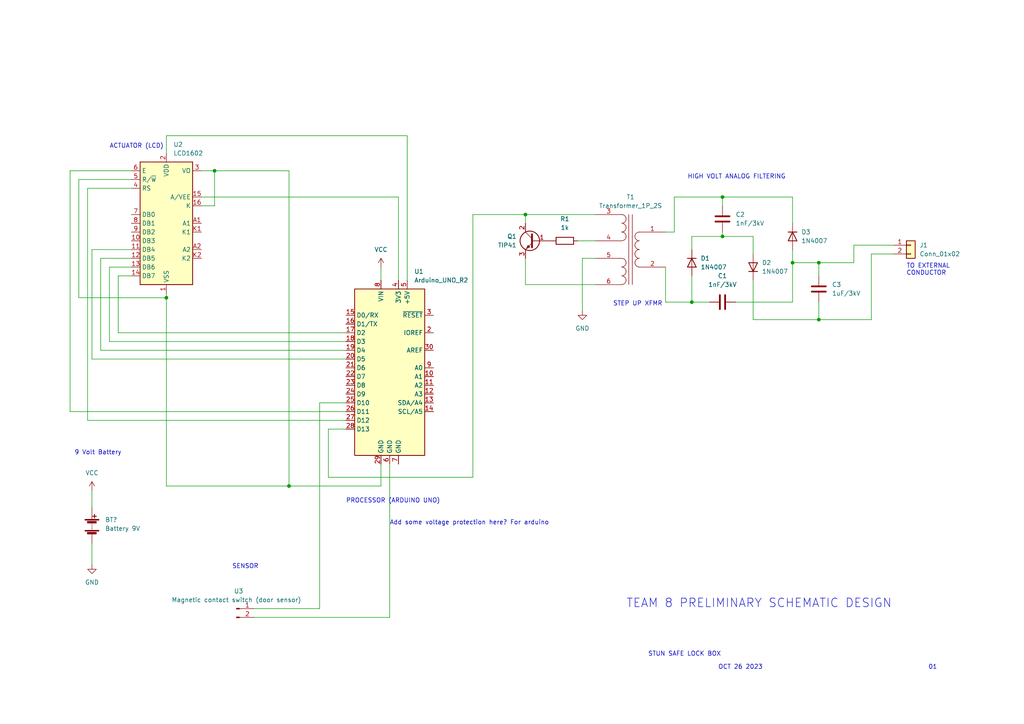
<source format=kicad_sch>
(kicad_sch (version 20211123) (generator eeschema)
  (paper "A4")
  (lib_symbols
    (symbol "Connector:Conn_01x02_Male" (pin_names (offset 1.016) hide)
      (property "Reference" "J" (at 0 2.54 0))
      (property "Value" "Conn_01x02_Male" (at 0 -5.08 0))
      (symbol "Conn_01x02_Male_1_1"
        (polyline (pts (xy 1.27 -2.54) (xy 0.8636 -2.54)) (stroke (width 0.1524)))
        (polyline (pts (xy 1.27 0) (xy 0.8636 0)) (stroke (width 0.1524)))
        (rectangle (start 0.8636 -2.413) (end 0 -2.667) (stroke (width 0.1524)) (fill (type outline)))
        (rectangle (start 0.8636 0.127) (end 0 -0.127) (stroke (width 0.1524)) (fill (type outline)))
        (pin passive line (at 5.08 0 180) (length 3.81) (name "Pin_1") (number "1"))
        (pin passive line (at 5.08 -2.54 180) (length 3.81) (name "Pin_2") (number "2"))
      )
    )
    (symbol "Connector_Generic:Conn_01x02" (pin_names (offset 1.016) hide)
      (property "Reference" "J" (at 0 2.54 0))
      (property "Value" "Conn_01x02" (at 0 -5.08 0))
      (symbol "Conn_01x02_1_1"
        (rectangle (start -1.27 -2.413) (end 0 -2.667) (stroke (width 0.1524)))
        (rectangle (start -1.27 0.127) (end 0 -0.127) (stroke (width 0.1524)))
        (rectangle (start -1.27 1.27) (end 1.27 -3.81) (stroke (width 0.254)) (fill (type background)))
        (pin passive line (at -5.08 0 0) (length 3.81) (name "Pin_1") (number "1"))
        (pin passive line (at -5.08 -2.54 0) (length 3.81) (name "Pin_2") (number "2"))
      )
    )
    (symbol "Device:Battery" (pin_numbers hide) (pin_names (offset 0) hide)
      (property "Reference" "BT" (at 2.54 2.54 0))
      (property "Value" "Battery" (at 2.54 0 0))
      (symbol "Battery_0_1"
        (rectangle (start -2.032 -1.397) (end 2.032 -1.651) (fill (type outline)))
        (rectangle (start -2.032 1.778) (end 2.032 1.524) (fill (type outline)))
        (rectangle (start -1.3208 -1.9812) (end 1.27 -2.4892) (fill (type outline)))
        (rectangle (start -1.3208 1.1938) (end 1.27 0.6858) (fill (type outline)))
        (polyline (pts (xy 0 -1.524) (xy 0 -1.27)))
        (polyline (pts (xy 0 -1.016) (xy 0 -0.762)))
        (polyline (pts (xy 0 -0.508) (xy 0 -0.254)))
        (polyline (pts (xy 0 0) (xy 0 0.254)))
        (polyline (pts (xy 0 0.508) (xy 0 0.762)))
        (polyline (pts (xy 0 1.778) (xy 0 2.54)))
        (polyline (pts (xy 0.254 2.667) (xy 1.27 2.667)) (stroke (width 0.254)))
        (polyline (pts (xy 0.762 3.175) (xy 0.762 2.159)) (stroke (width 0.254)))
      )
      (symbol "Battery_1_1"
        (pin passive line (at 0 5.08 270) (length 2.54) (name "+") (number "1"))
        (pin passive line (at 0 -5.08 90) (length 2.54) (name "-") (number "2"))
      )
    )
    (symbol "Device:C" (pin_numbers hide) (pin_names (offset 0.254))
      (property "Reference" "C" (at 0.635 2.54 0))
      (property "Value" "C" (at 0.635 -2.54 0))
      (symbol "C_0_1"
        (polyline (pts (xy -2.032 -0.762) (xy 2.032 -0.762)) (stroke (width 0.508)))
        (polyline (pts (xy -2.032 0.762) (xy 2.032 0.762)) (stroke (width 0.508)))
      )
      (symbol "C_1_1"
        (pin passive line (at 0 3.81 270) (length 2.794) (name "~") (number "1"))
        (pin passive line (at 0 -3.81 90) (length 2.794) (name "~") (number "2"))
      )
    )
    (symbol "Device:R" (pin_numbers hide) (pin_names (offset 0))
      (property "Reference" "R" (at 2.032 0 90))
      (property "Value" "R" (at 0 0 90))
      (symbol "R_0_1"
        (rectangle (start -1.016 -2.54) (end 1.016 2.54) (stroke (width 0.254)))
      )
      (symbol "R_1_1"
        (pin passive line (at 0 3.81 270) (length 1.27) (name "~") (number "1"))
        (pin passive line (at 0 -3.81 90) (length 1.27) (name "~") (number "2"))
      )
    )
    (symbol "Device:Transformer_1P_2S" (pin_names (offset 1.016) hide)
      (property "Reference" "T" (at 0 12.7 0))
      (property "Value" "Transformer_1P_2S" (at 0 -12.7 0))
      (symbol "Transformer_1P_2S_0_1"
        (arc (start -2.54 -5.0546) (mid -1.6599 -4.6901) (end -1.27 -3.81))
        (arc (start -2.54 -2.5146) (mid -1.6599 -2.1501) (end -1.27 -1.27))
        (arc (start -2.54 0.0254) (mid -1.6599 0.3899) (end -1.27 1.27))
        (arc (start -2.54 2.5654) (mid -1.6599 2.9299) (end -1.27 3.81))
        (arc (start -1.27 -3.81) (mid -1.642 -2.912) (end -2.54 -2.54))
        (arc (start -1.27 -1.27) (mid -1.642 -0.372) (end -2.54 0))
        (arc (start -1.27 1.27) (mid -1.642 2.168) (end -2.54 2.54))
        (arc (start -1.27 3.81) (mid -1.642 4.708) (end -2.54 5.08))
        (polyline (pts (xy -0.508 -10.16) (xy -0.508 10.16)))
        (polyline (pts (xy 0.508 10.16) (xy 0.508 -10.16)))
        (arc (start 1.2954 -8.89) (mid 1.6599 -9.7701) (end 2.54 -10.1346))
        (arc (start 1.2954 -6.35) (mid 1.6599 -7.2301) (end 2.54 -7.5946))
        (arc (start 1.2954 -3.81) (mid 1.6599 -4.6901) (end 2.54 -5.0546))
        (arc (start 1.2954 3.81) (mid 1.6599 2.9299) (end 2.54 2.5654))
        (arc (start 1.2954 6.35) (mid 1.6599 5.4699) (end 2.54 5.1054))
        (arc (start 1.2954 8.89) (mid 1.6599 8.0099) (end 2.54 7.6454))
        (arc (start 2.54 -7.62) (mid 1.642 -7.992) (end 1.2954 -8.89))
        (arc (start 2.54 -5.08) (mid 1.642 -5.452) (end 1.2954 -6.35))
        (arc (start 2.54 -2.54) (mid 1.642 -2.912) (end 1.2954 -3.81))
        (arc (start 2.54 5.08) (mid 1.642 4.708) (end 1.2954 3.81))
        (arc (start 2.54 7.62) (mid 1.642 7.248) (end 1.2954 6.35))
        (arc (start 2.54 10.16) (mid 1.642 9.788) (end 1.2954 8.89))
      )
      (symbol "Transformer_1P_2S_1_1"
        (pin passive line (at -10.16 5.08 0) (length 7.62) (name "AA") (number "1"))
        (pin passive line (at -10.16 -5.08 0) (length 7.62) (name "AB") (number "2"))
        (pin passive line (at 10.16 10.16 180) (length 7.62) (name "SA") (number "3"))
        (pin passive line (at 10.16 2.54 180) (length 7.62) (name "SB") (number "4"))
        (pin passive line (at 10.16 -2.54 180) (length 7.62) (name "SC") (number "5"))
        (pin passive line (at 10.16 -10.16 180) (length 7.62) (name "SD") (number "6"))
      )
    )
    (symbol "Diode:1N4007" (pin_numbers hide) (pin_names hide)
      (property "Reference" "D" (at 0 2.54 0))
      (property "Value" "1N4007" (at 0 -2.54 0))
      (symbol "1N4007_0_1"
        (polyline (pts (xy -1.27 1.27) (xy -1.27 -1.27)) (stroke (width 0.254)))
        (polyline (pts (xy 1.27 0) (xy -1.27 0)))
        (polyline (pts (xy 1.27 1.27) (xy 1.27 -1.27) (xy -1.27 0) (xy 1.27 1.27)) (stroke (width 0.254)))
      )
      (symbol "1N4007_1_1"
        (pin passive line (at -3.81 0 0) (length 2.54) (name "K") (number "1"))
        (pin passive line (at 3.81 0 180) (length 2.54) (name "A") (number "2"))
      )
    )
    (symbol "Display_Character:LCD-016N002L"
      (property "Reference" "U" (at -6.35 18.796 0))
      (property "Value" "LCD-016N002L" (at 8.636 18.796 0))
      (symbol "LCD-016N002L_1_1"
        (rectangle (start -7.62 17.78) (end 7.62 -17.78) (stroke (width 0.254)) (fill (type background)))
        (pin power_in line (at 0 -20.32 90) (length 2.54) (name "VSS") (number "1"))
        (pin bidirectional line (at -10.16 -5.08 0) (length 2.54) (name "DB3") (number "10"))
        (pin bidirectional line (at -10.16 -7.62 0) (length 2.54) (name "DB4") (number "11"))
        (pin bidirectional line (at -10.16 -10.16 0) (length 2.54) (name "DB5") (number "12"))
        (pin bidirectional line (at -10.16 -12.7 0) (length 2.54) (name "DB6") (number "13"))
        (pin bidirectional line (at -10.16 -15.24 0) (length 2.54) (name "DB7") (number "14"))
        (pin power_in line (at 10.16 7.62 180) (length 2.54) (name "A/VEE") (number "15"))
        (pin power_in line (at 10.16 5.08 180) (length 2.54) (name "K") (number "16"))
        (pin power_in line (at 0 20.32 270) (length 2.54) (name "VDD") (number "2"))
        (pin input line (at 10.16 15.24 180) (length 2.54) (name "VO") (number "3"))
        (pin input line (at -10.16 10.16 0) (length 2.54) (name "RS") (number "4"))
        (pin input line (at -10.16 12.7 0) (length 2.54) (name "R/~{W}") (number "5"))
        (pin input line (at -10.16 15.24 0) (length 2.54) (name "E") (number "6"))
        (pin bidirectional line (at -10.16 2.54 0) (length 2.54) (name "DB0") (number "7"))
        (pin bidirectional line (at -10.16 0 0) (length 2.54) (name "DB1") (number "8"))
        (pin bidirectional line (at -10.16 -2.54 0) (length 2.54) (name "DB2") (number "9"))
        (pin power_in line (at 10.16 0 180) (length 2.54) (name "A1") (number "A1"))
        (pin power_in line (at 10.16 -7.62 180) (length 2.54) (name "A2") (number "A2"))
        (pin power_in line (at 10.16 -2.54 180) (length 2.54) (name "K1") (number "K1"))
        (pin power_in line (at 10.16 -10.16 180) (length 2.54) (name "K2") (number "K2"))
      )
    )
    (symbol "MCU_Module:Arduino_UNO_R2"
      (property "Reference" "A" (at -10.16 23.495 0))
      (property "Value" "Arduino_UNO_R2" (at 5.08 -26.67 0))
      (symbol "Arduino_UNO_R2_0_1"
        (rectangle (start -10.16 22.86) (end 10.16 -25.4) (stroke (width 0.254)) (fill (type background)))
      )
      (symbol "Arduino_UNO_R2_1_1"
        (pin no_connect line (at -10.16 -20.32 0) (length 2.54) hide (name "NC") (number "1"))
        (pin bidirectional line (at 12.7 -2.54 180) (length 2.54) (name "A1") (number "10"))
        (pin bidirectional line (at 12.7 -5.08 180) (length 2.54) (name "A2") (number "11"))
        (pin bidirectional line (at 12.7 -7.62 180) (length 2.54) (name "A3") (number "12"))
        (pin bidirectional line (at 12.7 -10.16 180) (length 2.54) (name "SDA/A4") (number "13"))
        (pin bidirectional line (at 12.7 -12.7 180) (length 2.54) (name "SCL/A5") (number "14"))
        (pin bidirectional line (at -12.7 15.24 0) (length 2.54) (name "D0/RX") (number "15"))
        (pin bidirectional line (at -12.7 12.7 0) (length 2.54) (name "D1/TX") (number "16"))
        (pin bidirectional line (at -12.7 10.16 0) (length 2.54) (name "D2") (number "17"))
        (pin bidirectional line (at -12.7 7.62 0) (length 2.54) (name "D3") (number "18"))
        (pin bidirectional line (at -12.7 5.08 0) (length 2.54) (name "D4") (number "19"))
        (pin output line (at 12.7 10.16 180) (length 2.54) (name "IOREF") (number "2"))
        (pin bidirectional line (at -12.7 2.54 0) (length 2.54) (name "D5") (number "20"))
        (pin bidirectional line (at -12.7 0 0) (length 2.54) (name "D6") (number "21"))
        (pin bidirectional line (at -12.7 -2.54 0) (length 2.54) (name "D7") (number "22"))
        (pin bidirectional line (at -12.7 -5.08 0) (length 2.54) (name "D8") (number "23"))
        (pin bidirectional line (at -12.7 -7.62 0) (length 2.54) (name "D9") (number "24"))
        (pin bidirectional line (at -12.7 -10.16 0) (length 2.54) (name "D10") (number "25"))
        (pin bidirectional line (at -12.7 -12.7 0) (length 2.54) (name "D11") (number "26"))
        (pin bidirectional line (at -12.7 -15.24 0) (length 2.54) (name "D12") (number "27"))
        (pin bidirectional line (at -12.7 -17.78 0) (length 2.54) (name "D13") (number "28"))
        (pin power_in line (at -2.54 -27.94 90) (length 2.54) (name "GND") (number "29"))
        (pin input line (at 12.7 15.24 180) (length 2.54) (name "~{RESET}") (number "3"))
        (pin input line (at 12.7 5.08 180) (length 2.54) (name "AREF") (number "30"))
        (pin power_out line (at 2.54 25.4 270) (length 2.54) (name "3V3") (number "4"))
        (pin power_out line (at 5.08 25.4 270) (length 2.54) (name "+5V") (number "5"))
        (pin power_in line (at 0 -27.94 90) (length 2.54) (name "GND") (number "6"))
        (pin power_in line (at 2.54 -27.94 90) (length 2.54) (name "GND") (number "7"))
        (pin power_in line (at -2.54 25.4 270) (length 2.54) (name "VIN") (number "8"))
        (pin bidirectional line (at 12.7 0 180) (length 2.54) (name "A0") (number "9"))
      )
    )
    (symbol "Transistor_BJT:TIP41" (pin_names (offset 0) hide)
      (property "Reference" "Q" (at 6.35 1.905 0))
      (property "Value" "TIP41" (at 6.35 0 0))
      (symbol "TIP41_0_1"
        (polyline (pts (xy 0.635 0.635) (xy 2.54 2.54)))
        (polyline (pts (xy 0.635 -0.635) (xy 2.54 -2.54) (xy 2.54 -2.54)))
        (polyline (pts (xy 0.635 1.905) (xy 0.635 -1.905) (xy 0.635 -1.905)) (stroke (width 0.508)))
        (polyline (pts (xy 1.27 -1.778) (xy 1.778 -1.27) (xy 2.286 -2.286) (xy 1.27 -1.778) (xy 1.27 -1.778)) (fill (type outline)))
        (circle (center 1.27 0) (radius 2.8194) (stroke (width 0.254)))
      )
      (symbol "TIP41_1_1"
        (pin input line (at -5.08 0 0) (length 5.715) (name "B") (number "1"))
        (pin passive line (at 2.54 5.08 270) (length 2.54) (name "C") (number "2"))
        (pin passive line (at 2.54 -5.08 90) (length 2.54) (name "E") (number "3"))
      )
    )
    (symbol "power:GND" (power) (pin_names (offset 0))
      (property "Value" "GND" (at 0 -3.81 0))
      (symbol "GND_0_1"
        (polyline (pts (xy 0 0) (xy 0 -1.27) (xy 1.27 -1.27) (xy 0 -2.54) (xy -1.27 -1.27) (xy 0 -1.27)))
      )
      (symbol "GND_1_1"
        (pin power_in line (at 0 0 270) (length 0) hide (name "GND") (number "1"))
      )
    )
    (symbol "power:VCC" (power) (pin_names (offset 0))
      (property "Value" "VCC" (at 0 3.81 0))
      (symbol "VCC_0_1"
        (polyline (pts (xy -0.762 1.27) (xy 0 2.54)))
        (polyline (pts (xy 0 0) (xy 0 2.54)))
        (polyline (pts (xy 0 2.54) (xy 0.762 1.27)))
      )
      (symbol "VCC_1_1"
        (pin power_in line (at 0 0 90) (length 0) hide (name "VCC") (number "1"))
      )
    )
  )
  (junction (at 209.55 68.58))
  (junction (at 237.49 76.2))
  (junction (at 62.23 49.53))
  (junction (at 83.82 140.97))
  (junction (at 200.66 87.63))
  (junction (at 48.26 86.36))
  (junction (at 229.87 76.2))
  (junction (at 237.49 92.71))
  (junction (at 209.55 57.15))
  (junction (at 152.4 62.23))
  (wire (pts (xy 213.36 87.63) (xy 229.87 87.63)))
  (wire (pts (xy 115.57 57.15) (xy 115.57 81.28)))
  (wire (pts (xy 83.82 140.97) (xy 110.49 140.97)))
  (wire (pts (xy 29.21 101.6) (xy 100.33 101.6)))
  (wire (pts (xy 193.04 77.47) (xy 193.04 87.63)))
  (wire (pts (xy 34.29 96.52) (xy 100.33 96.52)))
  (wire (pts (xy 167.64 69.85) (xy 172.72 69.85)))
  (wire (pts (xy 95.25 138.43) (xy 137.16 138.43)))
  (wire (pts (xy 200.66 68.58) (xy 209.55 68.58)))
  (wire (pts (xy 25.4 121.92) (xy 100.33 121.92)))
  (wire (pts (xy 58.42 49.53) (xy 62.23 49.53)))
  (wire (pts (xy 22.86 52.07) (xy 22.86 86.36)))
  (wire (pts (xy 62.23 49.53) (xy 83.82 49.53)))
  (wire (pts (xy 218.44 68.58) (xy 218.44 73.66)))
  (wire (pts (xy 229.87 57.15) (xy 229.87 64.77)))
  (wire (pts (xy 247.65 76.2) (xy 247.65 71.12)))
  (wire (pts (xy 31.75 99.06) (xy 100.33 99.06)))
  (wire (pts (xy 100.33 124.46) (xy 95.25 124.46)))
  (wire (pts (xy 200.66 80.01) (xy 200.66 87.63)))
  (wire (pts (xy 229.87 76.2) (xy 229.87 87.63)))
  (wire (pts (xy 58.42 57.15) (xy 115.57 57.15)))
  (wire (pts (xy 26.67 142.24) (xy 26.67 147.32)))
  (wire (pts (xy 22.86 86.36) (xy 48.26 86.36)))
  (wire (pts (xy 229.87 72.39) (xy 229.87 76.2)))
  (wire (pts (xy 26.67 157.48) (xy 26.67 163.83)))
  (wire (pts (xy 95.25 124.46) (xy 95.25 138.43)))
  (wire (pts (xy 20.32 119.38) (xy 100.33 119.38)))
  (wire (pts (xy 229.87 76.2) (xy 237.49 76.2)))
  (wire (pts (xy 31.75 77.47) (xy 31.75 99.06)))
  (wire (pts (xy 25.4 54.61) (xy 25.4 121.92)))
  (wire (pts (xy 209.55 57.15) (xy 229.87 57.15)))
  (wire (pts (xy 110.49 140.97) (xy 110.49 134.62)))
  (wire (pts (xy 237.49 80.01) (xy 237.49 76.2)))
  (wire (pts (xy 29.21 74.93) (xy 29.21 101.6)))
  (wire (pts (xy 195.58 57.15) (xy 209.55 57.15)))
  (wire (pts (xy 237.49 87.63) (xy 237.49 92.71)))
  (wire (pts (xy 26.67 104.14) (xy 100.33 104.14)))
  (wire (pts (xy 34.29 80.01) (xy 34.29 96.52)))
  (wire (pts (xy 92.71 176.53) (xy 92.71 116.84)))
  (wire (pts (xy 252.73 92.71) (xy 252.73 73.66)))
  (wire (pts (xy 38.1 54.61) (xy 25.4 54.61)))
  (wire (pts (xy 38.1 74.93) (xy 29.21 74.93)))
  (wire (pts (xy 83.82 49.53) (xy 83.82 140.97)))
  (wire (pts (xy 172.72 74.93) (xy 168.91 74.93)))
  (wire (pts (xy 73.66 179.07) (xy 113.03 179.07)))
  (wire (pts (xy 38.1 80.01) (xy 34.29 80.01)))
  (wire (pts (xy 26.67 72.39) (xy 26.67 104.14)))
  (wire (pts (xy 237.49 76.2) (xy 247.65 76.2)))
  (wire (pts (xy 252.73 73.66) (xy 259.08 73.66)))
  (wire (pts (xy 218.44 92.71) (xy 237.49 92.71)))
  (wire (pts (xy 38.1 72.39) (xy 26.67 72.39)))
  (wire (pts (xy 48.26 140.97) (xy 83.82 140.97)))
  (wire (pts (xy 200.66 72.39) (xy 200.66 68.58)))
  (wire (pts (xy 168.91 74.93) (xy 168.91 90.17)))
  (wire (pts (xy 20.32 49.53) (xy 20.32 119.38)))
  (wire (pts (xy 209.55 68.58) (xy 218.44 68.58)))
  (wire (pts (xy 110.49 77.47) (xy 110.49 81.28)))
  (wire (pts (xy 48.26 44.45) (xy 48.26 39.37)))
  (wire (pts (xy 73.66 176.53) (xy 92.71 176.53)))
  (wire (pts (xy 113.03 179.07) (xy 113.03 134.62)))
  (wire (pts (xy 193.04 67.31) (xy 195.58 67.31)))
  (wire (pts (xy 152.4 62.23) (xy 137.16 62.23)))
  (wire (pts (xy 152.4 62.23) (xy 172.72 62.23)))
  (wire (pts (xy 247.65 71.12) (xy 259.08 71.12)))
  (wire (pts (xy 209.55 67.31) (xy 209.55 68.58)))
  (wire (pts (xy 38.1 52.07) (xy 22.86 52.07)))
  (wire (pts (xy 237.49 92.71) (xy 252.73 92.71)))
  (wire (pts (xy 92.71 116.84) (xy 100.33 116.84)))
  (wire (pts (xy 48.26 85.09) (xy 48.26 86.36)))
  (wire (pts (xy 58.42 59.69) (xy 62.23 59.69)))
  (wire (pts (xy 62.23 59.69) (xy 62.23 49.53)))
  (wire (pts (xy 209.55 59.69) (xy 209.55 57.15)))
  (wire (pts (xy 48.26 86.36) (xy 48.26 140.97)))
  (wire (pts (xy 38.1 49.53) (xy 20.32 49.53)))
  (wire (pts (xy 218.44 81.28) (xy 218.44 92.71)))
  (wire (pts (xy 172.72 82.55) (xy 152.4 82.55)))
  (wire (pts (xy 152.4 62.23) (xy 152.4 64.77)))
  (wire (pts (xy 195.58 67.31) (xy 195.58 57.15)))
  (wire (pts (xy 152.4 74.93) (xy 152.4 82.55)))
  (wire (pts (xy 118.11 39.37) (xy 118.11 81.28)))
  (wire (pts (xy 137.16 62.23) (xy 137.16 138.43)))
  (wire (pts (xy 200.66 87.63) (xy 205.74 87.63)))
  (wire (pts (xy 38.1 77.47) (xy 31.75 77.47)))
  (wire (pts (xy 48.26 39.37) (xy 118.11 39.37)))
  (wire (pts (xy 193.04 87.63) (xy 200.66 87.63)))
  (text "01" (at 269.24 194.31 0) (effects (font (size 1.27 1.27)) (justify left bottom)))
  (text "ACTUATOR (LCD)" (at 31.75 43.18 0) (effects (font (size 1.27 1.27)) (justify left bottom)))
  (text "9 Volt Battery" (at 21.59 132.08 0) (effects (font (size 1.27 1.27)) (justify left bottom)))
  (text "STEP UP XFMR\n" (at 177.8 88.9 0) (effects (font (size 1.27 1.27)) (justify left bottom)))
  (text "Add some voltage protection here? For arduino" (at 113.03 152.4 0) (effects (font (size 1.27 1.27)) (justify left bottom)))
  (text "STUN SAFE LOCK BOX" (at 187.96 190.5 0) (effects (font (size 1.27 1.27)) (justify left bottom)))
  (text "TEAM 8 PRELIMINARY SCHEMATIC DESIGN\n" (at 181.61 176.53 0) (effects (font (size 2.5 2.5)) (justify left bottom)))
  (text "TO EXTERNAL \nCONDUCTOR" (at 262.89 80.01 0) (effects (font (size 1.27 1.27)) (justify left bottom)))
  (text "PROCESSOR (ARDUINO UNO)" (at 100.33 146.05 0) (effects (font (size 1.27 1.27)) (justify left bottom)))
  (text "OCT 26 2023\n" (at 208.28 194.31 0) (effects (font (size 1.27 1.27)) (justify left bottom)))
  (text "SENSOR" (at 67.31 165.1 0) (effects (font (size 1.27 1.27)) (justify left bottom)))
  (text "HIGH VOLT ANALOG FILTERING" (at 199.39 52.07 0) (effects (font (size 1.27 1.27)) (justify left bottom)))
  (symbol (lib_id "Diode:1N4007") (at 200.66 76.2 270) (unit 1)
    (property "Reference" "D1" (at 203.2 74.9299 90) (effects (justify left)))
    (property "Value" "1N4007" (at 203.2 77.4699 90) (effects (justify left)))
    (property "Footprint" "Diode_THT:D_DO-41_SOD81_P10.16mm_Horizontal" (effects hide))
    (property "Datasheet" "http://www.vishay.com/docs/88503/1n4001.pdf" (effects hide))
  )
  (symbol (lib_id "Transistor_BJT:TIP41") (at 154.94 69.85 0) (mirror y) (unit 1)
    (property "Reference" "Q1" (at 149.86 68.5799 0) (effects (justify left)))
    (property "Value" "TIP41" (at 149.86 71.1199 0) (effects (justify left)))
    (property "Footprint" "Package_TO_SOT_THT:TO-220-3_Vertical" (effects hide))
    (property "Datasheet" "https://www.centralsemi.com/get_document.php?cmp=1&mergetype=pd&mergepath=pd&pdf_id=tip41.PDF" (effects hide))
  )
  (symbol (lib_id "Display_Character:LCD-016N002L") (at 48.26 64.77 0) (unit 1)
    (property "Reference" "U2" (at 50.2794 41.91 0) (effects (justify left)))
    (property "Value" "LCD1602" (at 50.2794 44.45 0) (effects (justify left)))
    (property "Footprint" "Display:LCD-016N002L" (effects hide))
    (property "Datasheet" "http://www.vishay.com/docs/37299/37299.pdf" (effects hide))
  )
  (symbol (lib_id "Device:R") (at 163.83 69.85 90) (unit 1)
    (property "Reference" "R1" (at 163.83 63.5 90))
    (property "Value" "1k" (at 163.83 66.04 90))
  )
  (symbol (lib_id "Diode:1N4007") (at 229.87 68.58 270) (unit 1)
    (property "Reference" "D3" (at 232.41 67.3099 90) (effects (justify left)))
    (property "Value" "1N4007" (at 232.41 69.8499 90) (effects (justify left)))
    (property "Footprint" "Diode_THT:D_DO-41_SOD81_P10.16mm_Horizontal" (effects hide))
    (property "Datasheet" "http://www.vishay.com/docs/88503/1n4001.pdf" (effects hide))
  )
  (symbol (lib_id "Connector:Conn_01x02_Male") (at 68.58 176.53 0) (unit 1)
    (property "Reference" "U3" (at 69.215 171.45 0))
    (property "Value" "Magnetic contact switch (door sensor) " (at 68.58 173.99 0))
  )
  (symbol (lib_id "Device:C") (at 209.55 87.63 90) (unit 1)
    (property "Reference" "C1" (at 209.55 80.01 90))
    (property "Value" "1nF/3kV" (at 209.55 82.55 90))
  )
  (symbol (lib_id "power:GND") (at 168.91 90.17 0) (unit 1)
    (property "Reference" "#PWR0101" (effects hide))
    (property "Value" "GND" (at 168.91 95.25 0))
  )
  (symbol (lib_id "Diode:1N4007") (at 218.44 77.47 90) (unit 1)
    (property "Reference" "D2" (at 220.98 76.1999 90) (effects (justify right)))
    (property "Value" "1N4007" (at 220.98 78.7399 90) (effects (justify right)))
    (property "Footprint" "Diode_THT:D_DO-41_SOD81_P10.16mm_Horizontal" (effects hide))
    (property "Datasheet" "http://www.vishay.com/docs/88503/1n4001.pdf" (effects hide))
  )
  (symbol (lib_id "Connector_Generic:Conn_01x02") (at 264.16 71.12 0) (unit 1)
    (property "Reference" "J1" (at 266.7 71.1199 0) (effects (justify left)))
    (property "Value" "Conn_01x02" (at 266.7 73.6599 0) (effects (justify left)))
  )
  (symbol (lib_id "power:VCC") (at 26.67 142.24 0) (unit 1)
    (property "Reference" "#PWR?" (effects hide))
    (property "Value" "VCC" (at 26.67 137.16 0))
  )
  (symbol (lib_id "MCU_Module:Arduino_UNO_R2") (at 113.03 106.68 0) (unit 1)
    (property "Reference" "U1" (at 120.1294 78.74 0) (effects (justify left)))
    (property "Value" "Arduino_UNO_R2" (at 120.1294 81.28 0) (effects (justify left)))
    (property "Footprint" "Module:Arduino_UNO_R2" (effects hide))
    (property "Datasheet" "https://www.arduino.cc/en/Main/arduinoBoardUno" (effects hide))
  )
  (symbol (lib_id "Device:C") (at 237.49 83.82 0) (unit 1)
    (property "Reference" "C3" (at 241.3 82.5499 0) (effects (justify left)))
    (property "Value" "1uF/3kV" (at 241.3 85.0899 0) (effects (justify left)))
  )
  (symbol (lib_id "power:GND") (at 26.67 163.83 0) (unit 1)
    (property "Reference" "#PWR?" (effects hide))
    (property "Value" "GND" (at 26.67 168.91 0))
  )
  (symbol (lib_id "Device:C") (at 209.55 63.5 0) (unit 1)
    (property "Reference" "C2" (at 213.36 62.2299 0) (effects (justify left)))
    (property "Value" "1nF/3kV" (at 213.36 64.7699 0) (effects (justify left)))
  )
  (symbol (lib_id "Device:Transformer_1P_2S") (at 182.88 72.39 0) (mirror y) (unit 1)
    (property "Reference" "T1" (at 182.88 57.15 0))
    (property "Value" "Transformer_1P_2S" (at 182.88 59.69 0))
  )
  (symbol (lib_id "power:VCC") (at 110.49 77.47 0) (unit 1)
    (property "Reference" "#PWR?" (effects hide))
    (property "Value" "VCC" (at 110.49 72.39 0))
  )
  (symbol (lib_id "Device:Battery") (at 26.67 152.4 0) (unit 1)
    (property "Reference" "BT?" (at 30.48 150.7489 0) (effects (justify left)))
    (property "Value" "Battery 9V" (at 30.48 153.2889 0) (effects (justify left)))
  )
)
</source>
